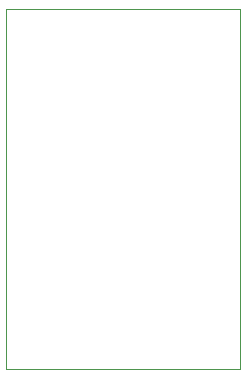
<source format=gm1>
%TF.GenerationSoftware,KiCad,Pcbnew,9.0.2*%
%TF.CreationDate,2025-06-27T11:52:32+02:00*%
%TF.ProjectId,ROM 2316 to 2716,524f4d20-3233-4313-9620-746f20323731,V0*%
%TF.SameCoordinates,Original*%
%TF.FileFunction,Profile,NP*%
%FSLAX46Y46*%
G04 Gerber Fmt 4.6, Leading zero omitted, Abs format (unit mm)*
G04 Created by KiCad (PCBNEW 9.0.2) date 2025-06-27 11:52:32*
%MOMM*%
%LPD*%
G01*
G04 APERTURE LIST*
%TA.AperFunction,Profile*%
%ADD10C,0.050000*%
%TD*%
G04 APERTURE END LIST*
D10*
X-1270000Y-29210000D02*
X-1270000Y1270000D01*
X18542000Y1270000D02*
X18542000Y-29210000D01*
X-1270000Y1270000D02*
X18542000Y1270000D01*
X18542000Y-29210000D02*
X-1270000Y-29210000D01*
M02*

</source>
